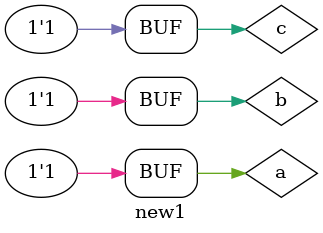
<source format=v>
module new1;
reg a,b,c,d,e,f;
initial
begin
a=0;
b=1;
c=#5 a+b;
end
initial
begin
a=0;
#3 a=1;
end
endmodule

</source>
